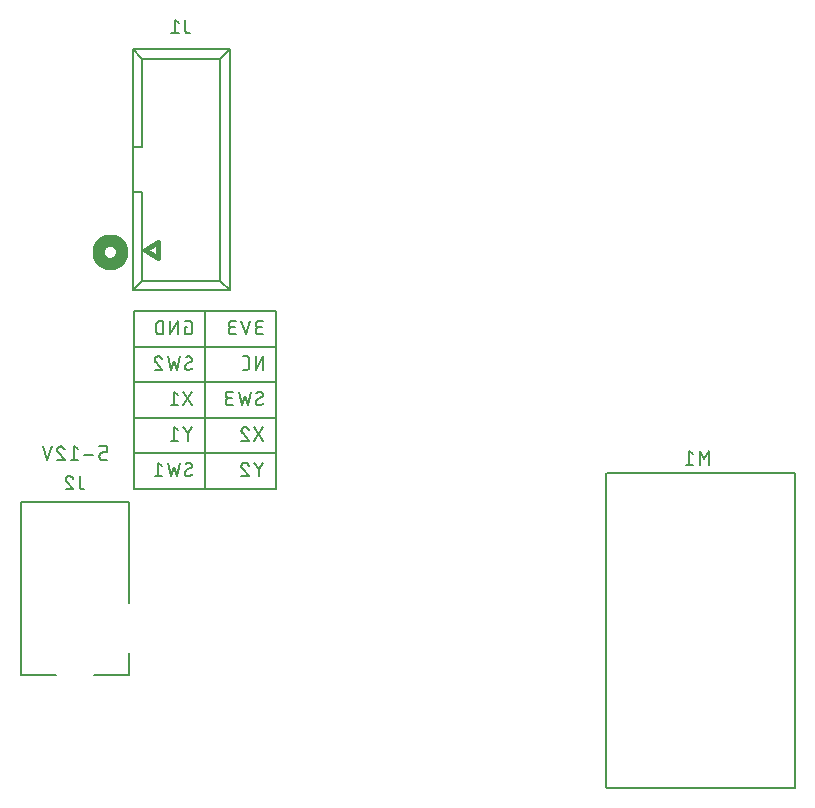
<source format=gbo>
G04 EAGLE Gerber RS-274X export*
G75*
%MOMM*%
%FSLAX34Y34*%
%LPD*%
%INSilkscreen Bottom*%
%IPPOS*%
%AMOC8*
5,1,8,0,0,1.08239X$1,22.5*%
G01*
%ADD10C,0.127000*%
%ADD11C,0.152400*%
%ADD12C,1.000000*%
%ADD13C,0.203200*%
%ADD14C,0.406400*%
%ADD15C,0.200000*%


D10*
X287115Y234285D02*
X283305Y234285D01*
X283205Y234287D01*
X283106Y234293D01*
X283006Y234303D01*
X282908Y234316D01*
X282809Y234334D01*
X282712Y234355D01*
X282616Y234380D01*
X282520Y234409D01*
X282426Y234442D01*
X282333Y234478D01*
X282242Y234518D01*
X282152Y234562D01*
X282064Y234609D01*
X281978Y234659D01*
X281894Y234713D01*
X281812Y234770D01*
X281733Y234830D01*
X281655Y234894D01*
X281581Y234960D01*
X281509Y235029D01*
X281440Y235101D01*
X281374Y235175D01*
X281310Y235253D01*
X281250Y235332D01*
X281193Y235414D01*
X281139Y235498D01*
X281089Y235584D01*
X281042Y235672D01*
X280998Y235762D01*
X280958Y235853D01*
X280922Y235946D01*
X280889Y236040D01*
X280860Y236136D01*
X280835Y236232D01*
X280814Y236329D01*
X280796Y236428D01*
X280783Y236526D01*
X280773Y236626D01*
X280767Y236725D01*
X280765Y236825D01*
X280765Y238095D01*
X280767Y238195D01*
X280773Y238294D01*
X280783Y238394D01*
X280796Y238492D01*
X280814Y238591D01*
X280835Y238688D01*
X280860Y238784D01*
X280889Y238880D01*
X280922Y238974D01*
X280958Y239067D01*
X280998Y239158D01*
X281042Y239248D01*
X281089Y239336D01*
X281139Y239422D01*
X281193Y239506D01*
X281250Y239588D01*
X281310Y239667D01*
X281374Y239745D01*
X281440Y239819D01*
X281509Y239891D01*
X281581Y239960D01*
X281655Y240026D01*
X281733Y240090D01*
X281812Y240150D01*
X281894Y240207D01*
X281978Y240261D01*
X282064Y240311D01*
X282152Y240358D01*
X282242Y240402D01*
X282333Y240442D01*
X282426Y240478D01*
X282520Y240511D01*
X282616Y240540D01*
X282712Y240565D01*
X282809Y240586D01*
X282908Y240604D01*
X283006Y240617D01*
X283106Y240627D01*
X283205Y240633D01*
X283305Y240635D01*
X287115Y240635D01*
X287115Y245715D01*
X280765Y245715D01*
X275558Y238730D02*
X267938Y238730D01*
X262731Y243175D02*
X259556Y245715D01*
X259556Y234285D01*
X262731Y234285D02*
X256381Y234285D01*
X247808Y245716D02*
X247704Y245714D01*
X247599Y245708D01*
X247495Y245699D01*
X247392Y245686D01*
X247289Y245668D01*
X247187Y245648D01*
X247085Y245623D01*
X246985Y245595D01*
X246885Y245563D01*
X246787Y245527D01*
X246690Y245488D01*
X246595Y245446D01*
X246501Y245400D01*
X246409Y245350D01*
X246319Y245298D01*
X246231Y245242D01*
X246145Y245182D01*
X246061Y245120D01*
X245980Y245055D01*
X245901Y244987D01*
X245824Y244915D01*
X245751Y244842D01*
X245679Y244765D01*
X245611Y244686D01*
X245546Y244605D01*
X245484Y244521D01*
X245424Y244435D01*
X245368Y244347D01*
X245316Y244257D01*
X245266Y244165D01*
X245220Y244071D01*
X245178Y243976D01*
X245139Y243879D01*
X245103Y243781D01*
X245071Y243681D01*
X245043Y243581D01*
X245018Y243479D01*
X244998Y243377D01*
X244980Y243274D01*
X244967Y243171D01*
X244958Y243067D01*
X244952Y242962D01*
X244950Y242858D01*
X247808Y245715D02*
X247926Y245713D01*
X248045Y245707D01*
X248163Y245698D01*
X248280Y245685D01*
X248397Y245667D01*
X248514Y245647D01*
X248630Y245622D01*
X248745Y245594D01*
X248858Y245561D01*
X248971Y245526D01*
X249083Y245486D01*
X249193Y245444D01*
X249302Y245397D01*
X249410Y245347D01*
X249515Y245294D01*
X249619Y245237D01*
X249721Y245177D01*
X249821Y245114D01*
X249919Y245047D01*
X250015Y244978D01*
X250108Y244905D01*
X250199Y244829D01*
X250288Y244751D01*
X250374Y244669D01*
X250457Y244585D01*
X250538Y244499D01*
X250615Y244409D01*
X250690Y244318D01*
X250762Y244224D01*
X250831Y244127D01*
X250896Y244029D01*
X250959Y243928D01*
X251018Y243825D01*
X251074Y243721D01*
X251126Y243615D01*
X251175Y243507D01*
X251220Y243398D01*
X251262Y243287D01*
X251300Y243175D01*
X245903Y240636D02*
X245827Y240711D01*
X245752Y240790D01*
X245681Y240871D01*
X245612Y240955D01*
X245547Y241041D01*
X245485Y241129D01*
X245425Y241219D01*
X245369Y241311D01*
X245316Y241406D01*
X245267Y241502D01*
X245221Y241600D01*
X245178Y241699D01*
X245139Y241800D01*
X245104Y241902D01*
X245072Y242005D01*
X245044Y242109D01*
X245019Y242214D01*
X244998Y242321D01*
X244981Y242427D01*
X244968Y242534D01*
X244959Y242642D01*
X244953Y242750D01*
X244951Y242858D01*
X245903Y240635D02*
X251301Y234285D01*
X244951Y234285D01*
X236696Y234285D02*
X240506Y245715D01*
X232886Y245715D02*
X236696Y234285D01*
D11*
X310000Y330000D02*
X430000Y330000D01*
X310000Y330000D02*
X310000Y210000D01*
X430000Y210000D02*
X430000Y330000D01*
X430000Y210000D02*
X310000Y210000D01*
D10*
X416190Y340635D02*
X419365Y340635D01*
X416190Y340635D02*
X416079Y340637D01*
X415969Y340643D01*
X415858Y340652D01*
X415748Y340666D01*
X415639Y340683D01*
X415530Y340704D01*
X415422Y340729D01*
X415315Y340758D01*
X415209Y340790D01*
X415104Y340826D01*
X415001Y340866D01*
X414899Y340909D01*
X414798Y340956D01*
X414699Y341007D01*
X414603Y341060D01*
X414508Y341117D01*
X414415Y341178D01*
X414324Y341241D01*
X414235Y341308D01*
X414149Y341378D01*
X414066Y341451D01*
X413984Y341526D01*
X413906Y341604D01*
X413831Y341686D01*
X413758Y341769D01*
X413688Y341855D01*
X413621Y341944D01*
X413558Y342035D01*
X413497Y342128D01*
X413440Y342223D01*
X413387Y342319D01*
X413336Y342418D01*
X413289Y342519D01*
X413246Y342621D01*
X413206Y342724D01*
X413170Y342829D01*
X413138Y342935D01*
X413109Y343042D01*
X413084Y343150D01*
X413063Y343259D01*
X413046Y343368D01*
X413032Y343478D01*
X413023Y343589D01*
X413017Y343699D01*
X413015Y343810D01*
X413017Y343921D01*
X413023Y344031D01*
X413032Y344142D01*
X413046Y344252D01*
X413063Y344361D01*
X413084Y344470D01*
X413109Y344578D01*
X413138Y344685D01*
X413170Y344791D01*
X413206Y344896D01*
X413246Y344999D01*
X413289Y345101D01*
X413336Y345202D01*
X413387Y345301D01*
X413440Y345398D01*
X413497Y345492D01*
X413558Y345585D01*
X413621Y345676D01*
X413688Y345765D01*
X413758Y345851D01*
X413831Y345934D01*
X413906Y346016D01*
X413984Y346094D01*
X414066Y346169D01*
X414149Y346242D01*
X414235Y346312D01*
X414324Y346379D01*
X414415Y346442D01*
X414508Y346503D01*
X414603Y346560D01*
X414699Y346613D01*
X414798Y346664D01*
X414899Y346711D01*
X415001Y346754D01*
X415104Y346794D01*
X415209Y346830D01*
X415315Y346862D01*
X415422Y346891D01*
X415530Y346916D01*
X415639Y346937D01*
X415748Y346954D01*
X415858Y346968D01*
X415969Y346977D01*
X416079Y346983D01*
X416190Y346985D01*
X415555Y352065D02*
X419365Y352065D01*
X415555Y352065D02*
X415455Y352063D01*
X415356Y352057D01*
X415256Y352047D01*
X415158Y352034D01*
X415059Y352016D01*
X414962Y351995D01*
X414866Y351970D01*
X414770Y351941D01*
X414676Y351908D01*
X414583Y351872D01*
X414492Y351832D01*
X414402Y351788D01*
X414314Y351741D01*
X414228Y351691D01*
X414144Y351637D01*
X414062Y351580D01*
X413983Y351520D01*
X413905Y351456D01*
X413831Y351390D01*
X413759Y351321D01*
X413690Y351249D01*
X413624Y351175D01*
X413560Y351097D01*
X413500Y351018D01*
X413443Y350936D01*
X413389Y350852D01*
X413339Y350766D01*
X413292Y350678D01*
X413248Y350588D01*
X413208Y350497D01*
X413172Y350404D01*
X413139Y350310D01*
X413110Y350214D01*
X413085Y350118D01*
X413064Y350021D01*
X413046Y349922D01*
X413033Y349824D01*
X413023Y349724D01*
X413017Y349625D01*
X413015Y349525D01*
X413017Y349425D01*
X413023Y349326D01*
X413033Y349226D01*
X413046Y349128D01*
X413064Y349029D01*
X413085Y348932D01*
X413110Y348836D01*
X413139Y348740D01*
X413172Y348646D01*
X413208Y348553D01*
X413248Y348462D01*
X413292Y348372D01*
X413339Y348284D01*
X413389Y348198D01*
X413443Y348114D01*
X413500Y348032D01*
X413560Y347953D01*
X413624Y347875D01*
X413690Y347801D01*
X413759Y347729D01*
X413831Y347660D01*
X413905Y347594D01*
X413983Y347530D01*
X414062Y347470D01*
X414144Y347413D01*
X414228Y347359D01*
X414314Y347309D01*
X414402Y347262D01*
X414492Y347218D01*
X414583Y347178D01*
X414676Y347142D01*
X414770Y347109D01*
X414866Y347080D01*
X414962Y347055D01*
X415059Y347034D01*
X415158Y347016D01*
X415256Y347003D01*
X415356Y346993D01*
X415455Y346987D01*
X415555Y346985D01*
X418095Y346985D01*
X408570Y352065D02*
X404760Y340635D01*
X400950Y352065D01*
X396505Y340635D02*
X393330Y340635D01*
X393219Y340637D01*
X393109Y340643D01*
X392998Y340652D01*
X392888Y340666D01*
X392779Y340683D01*
X392670Y340704D01*
X392562Y340729D01*
X392455Y340758D01*
X392349Y340790D01*
X392244Y340826D01*
X392141Y340866D01*
X392039Y340909D01*
X391938Y340956D01*
X391839Y341007D01*
X391743Y341060D01*
X391648Y341117D01*
X391555Y341178D01*
X391464Y341241D01*
X391375Y341308D01*
X391289Y341378D01*
X391206Y341451D01*
X391124Y341526D01*
X391046Y341604D01*
X390971Y341686D01*
X390898Y341769D01*
X390828Y341855D01*
X390761Y341944D01*
X390698Y342035D01*
X390637Y342128D01*
X390580Y342223D01*
X390527Y342319D01*
X390476Y342418D01*
X390429Y342519D01*
X390386Y342621D01*
X390346Y342724D01*
X390310Y342829D01*
X390278Y342935D01*
X390249Y343042D01*
X390224Y343150D01*
X390203Y343259D01*
X390186Y343368D01*
X390172Y343478D01*
X390163Y343589D01*
X390157Y343699D01*
X390155Y343810D01*
X390157Y343921D01*
X390163Y344031D01*
X390172Y344142D01*
X390186Y344252D01*
X390203Y344361D01*
X390224Y344470D01*
X390249Y344578D01*
X390278Y344685D01*
X390310Y344791D01*
X390346Y344896D01*
X390386Y344999D01*
X390429Y345101D01*
X390476Y345202D01*
X390527Y345301D01*
X390580Y345398D01*
X390637Y345492D01*
X390698Y345585D01*
X390761Y345676D01*
X390828Y345765D01*
X390898Y345851D01*
X390971Y345934D01*
X391046Y346016D01*
X391124Y346094D01*
X391206Y346169D01*
X391289Y346242D01*
X391375Y346312D01*
X391464Y346379D01*
X391555Y346442D01*
X391648Y346503D01*
X391743Y346560D01*
X391839Y346613D01*
X391938Y346664D01*
X392039Y346711D01*
X392141Y346754D01*
X392244Y346794D01*
X392349Y346830D01*
X392455Y346862D01*
X392562Y346891D01*
X392670Y346916D01*
X392779Y346937D01*
X392888Y346954D01*
X392998Y346968D01*
X393109Y346977D01*
X393219Y346983D01*
X393330Y346985D01*
X392695Y352065D02*
X396505Y352065D01*
X392695Y352065D02*
X392595Y352063D01*
X392496Y352057D01*
X392396Y352047D01*
X392298Y352034D01*
X392199Y352016D01*
X392102Y351995D01*
X392006Y351970D01*
X391910Y351941D01*
X391816Y351908D01*
X391723Y351872D01*
X391632Y351832D01*
X391542Y351788D01*
X391454Y351741D01*
X391368Y351691D01*
X391284Y351637D01*
X391202Y351580D01*
X391123Y351520D01*
X391045Y351456D01*
X390971Y351390D01*
X390899Y351321D01*
X390830Y351249D01*
X390764Y351175D01*
X390700Y351097D01*
X390640Y351018D01*
X390583Y350936D01*
X390529Y350852D01*
X390479Y350766D01*
X390432Y350678D01*
X390388Y350588D01*
X390348Y350497D01*
X390312Y350404D01*
X390279Y350310D01*
X390250Y350214D01*
X390225Y350118D01*
X390204Y350021D01*
X390186Y349922D01*
X390173Y349824D01*
X390163Y349724D01*
X390157Y349625D01*
X390155Y349525D01*
X390157Y349425D01*
X390163Y349326D01*
X390173Y349226D01*
X390186Y349128D01*
X390204Y349029D01*
X390225Y348932D01*
X390250Y348836D01*
X390279Y348740D01*
X390312Y348646D01*
X390348Y348553D01*
X390388Y348462D01*
X390432Y348372D01*
X390479Y348284D01*
X390529Y348198D01*
X390583Y348114D01*
X390640Y348032D01*
X390700Y347953D01*
X390764Y347875D01*
X390830Y347801D01*
X390899Y347729D01*
X390971Y347660D01*
X391045Y347594D01*
X391123Y347530D01*
X391202Y347470D01*
X391284Y347413D01*
X391368Y347359D01*
X391454Y347309D01*
X391542Y347262D01*
X391632Y347218D01*
X391723Y347178D01*
X391816Y347142D01*
X391910Y347109D01*
X392006Y347080D01*
X392102Y347055D01*
X392199Y347034D01*
X392298Y347016D01*
X392396Y347003D01*
X392496Y346993D01*
X392595Y346987D01*
X392695Y346985D01*
X395235Y346985D01*
X354920Y346985D02*
X353015Y346985D01*
X353015Y340635D01*
X356825Y340635D01*
X356925Y340637D01*
X357024Y340643D01*
X357124Y340653D01*
X357222Y340666D01*
X357321Y340684D01*
X357418Y340705D01*
X357514Y340730D01*
X357610Y340759D01*
X357704Y340792D01*
X357797Y340828D01*
X357888Y340868D01*
X357978Y340912D01*
X358066Y340959D01*
X358152Y341009D01*
X358236Y341063D01*
X358318Y341120D01*
X358397Y341180D01*
X358475Y341244D01*
X358549Y341310D01*
X358621Y341379D01*
X358690Y341451D01*
X358756Y341525D01*
X358820Y341603D01*
X358880Y341682D01*
X358937Y341764D01*
X358991Y341848D01*
X359041Y341934D01*
X359088Y342022D01*
X359132Y342112D01*
X359172Y342203D01*
X359208Y342296D01*
X359241Y342390D01*
X359270Y342486D01*
X359295Y342582D01*
X359316Y342679D01*
X359334Y342778D01*
X359347Y342876D01*
X359357Y342976D01*
X359363Y343075D01*
X359365Y343175D01*
X359365Y349525D01*
X359363Y349625D01*
X359357Y349724D01*
X359347Y349824D01*
X359334Y349922D01*
X359316Y350021D01*
X359295Y350118D01*
X359270Y350214D01*
X359241Y350310D01*
X359208Y350404D01*
X359172Y350497D01*
X359132Y350588D01*
X359088Y350678D01*
X359041Y350766D01*
X358991Y350852D01*
X358937Y350936D01*
X358880Y351018D01*
X358820Y351097D01*
X358756Y351175D01*
X358690Y351249D01*
X358621Y351321D01*
X358549Y351390D01*
X358475Y351456D01*
X358397Y351520D01*
X358318Y351580D01*
X358236Y351637D01*
X358152Y351691D01*
X358066Y351741D01*
X357978Y351788D01*
X357888Y351832D01*
X357797Y351872D01*
X357704Y351908D01*
X357610Y351941D01*
X357514Y351970D01*
X357418Y351995D01*
X357321Y352016D01*
X357222Y352034D01*
X357124Y352047D01*
X357024Y352057D01*
X356925Y352063D01*
X356825Y352065D01*
X353015Y352065D01*
X347173Y352065D02*
X347173Y340635D01*
X340823Y340635D02*
X347173Y352065D01*
X340823Y352065D02*
X340823Y340635D01*
X334981Y340635D02*
X334981Y352065D01*
X331806Y352065D01*
X331695Y352063D01*
X331585Y352057D01*
X331474Y352048D01*
X331364Y352034D01*
X331255Y352017D01*
X331146Y351996D01*
X331038Y351971D01*
X330931Y351942D01*
X330825Y351910D01*
X330720Y351874D01*
X330617Y351834D01*
X330515Y351791D01*
X330414Y351744D01*
X330315Y351693D01*
X330219Y351640D01*
X330124Y351583D01*
X330031Y351522D01*
X329940Y351459D01*
X329851Y351392D01*
X329765Y351322D01*
X329682Y351249D01*
X329600Y351174D01*
X329522Y351096D01*
X329447Y351014D01*
X329374Y350931D01*
X329304Y350845D01*
X329237Y350756D01*
X329174Y350665D01*
X329113Y350572D01*
X329056Y350478D01*
X329003Y350381D01*
X328952Y350282D01*
X328905Y350181D01*
X328862Y350079D01*
X328822Y349976D01*
X328786Y349871D01*
X328754Y349765D01*
X328725Y349658D01*
X328700Y349550D01*
X328679Y349441D01*
X328662Y349332D01*
X328648Y349222D01*
X328639Y349111D01*
X328633Y349001D01*
X328631Y348890D01*
X328631Y343810D01*
X328633Y343699D01*
X328639Y343589D01*
X328648Y343478D01*
X328662Y343368D01*
X328679Y343259D01*
X328700Y343150D01*
X328725Y343042D01*
X328754Y342935D01*
X328786Y342829D01*
X328822Y342724D01*
X328862Y342621D01*
X328905Y342519D01*
X328952Y342418D01*
X329003Y342319D01*
X329056Y342223D01*
X329113Y342128D01*
X329174Y342035D01*
X329237Y341944D01*
X329304Y341855D01*
X329374Y341769D01*
X329447Y341686D01*
X329522Y341604D01*
X329600Y341526D01*
X329682Y341451D01*
X329765Y341378D01*
X329851Y341308D01*
X329940Y341241D01*
X330031Y341178D01*
X330124Y341117D01*
X330219Y341060D01*
X330315Y341007D01*
X330414Y340956D01*
X330515Y340909D01*
X330617Y340866D01*
X330720Y340826D01*
X330825Y340790D01*
X330931Y340758D01*
X331038Y340729D01*
X331146Y340704D01*
X331255Y340683D01*
X331364Y340666D01*
X331474Y340652D01*
X331585Y340643D01*
X331695Y340637D01*
X331806Y340635D01*
X334981Y340635D01*
X419365Y322065D02*
X419365Y310635D01*
X413015Y310635D02*
X419365Y322065D01*
X413015Y322065D02*
X413015Y310635D01*
X405051Y310635D02*
X402511Y310635D01*
X405051Y310635D02*
X405151Y310637D01*
X405250Y310643D01*
X405350Y310653D01*
X405448Y310666D01*
X405547Y310684D01*
X405644Y310705D01*
X405740Y310730D01*
X405836Y310759D01*
X405930Y310792D01*
X406023Y310828D01*
X406114Y310868D01*
X406204Y310912D01*
X406292Y310959D01*
X406378Y311009D01*
X406462Y311063D01*
X406544Y311120D01*
X406623Y311180D01*
X406701Y311244D01*
X406775Y311310D01*
X406847Y311379D01*
X406916Y311451D01*
X406982Y311525D01*
X407046Y311603D01*
X407106Y311682D01*
X407163Y311764D01*
X407217Y311848D01*
X407267Y311934D01*
X407314Y312022D01*
X407358Y312112D01*
X407398Y312203D01*
X407434Y312296D01*
X407467Y312390D01*
X407496Y312486D01*
X407521Y312582D01*
X407542Y312679D01*
X407560Y312778D01*
X407573Y312876D01*
X407583Y312976D01*
X407589Y313075D01*
X407591Y313175D01*
X407591Y319525D01*
X407589Y319625D01*
X407583Y319724D01*
X407573Y319824D01*
X407560Y319922D01*
X407542Y320021D01*
X407521Y320118D01*
X407496Y320214D01*
X407467Y320310D01*
X407434Y320404D01*
X407398Y320497D01*
X407358Y320588D01*
X407314Y320678D01*
X407267Y320766D01*
X407217Y320852D01*
X407163Y320936D01*
X407106Y321018D01*
X407046Y321097D01*
X406982Y321175D01*
X406916Y321249D01*
X406847Y321321D01*
X406775Y321390D01*
X406701Y321456D01*
X406623Y321520D01*
X406544Y321580D01*
X406462Y321637D01*
X406378Y321691D01*
X406292Y321741D01*
X406204Y321788D01*
X406114Y321832D01*
X406023Y321872D01*
X405930Y321908D01*
X405836Y321941D01*
X405740Y321970D01*
X405644Y321995D01*
X405547Y322016D01*
X405448Y322034D01*
X405350Y322047D01*
X405250Y322057D01*
X405151Y322063D01*
X405051Y322065D01*
X402511Y322065D01*
X413015Y283175D02*
X413017Y283075D01*
X413023Y282976D01*
X413033Y282876D01*
X413046Y282778D01*
X413064Y282679D01*
X413085Y282582D01*
X413110Y282486D01*
X413139Y282390D01*
X413172Y282296D01*
X413208Y282203D01*
X413248Y282112D01*
X413292Y282022D01*
X413339Y281934D01*
X413389Y281848D01*
X413443Y281764D01*
X413500Y281682D01*
X413560Y281603D01*
X413624Y281525D01*
X413690Y281451D01*
X413759Y281379D01*
X413831Y281310D01*
X413905Y281244D01*
X413983Y281180D01*
X414062Y281120D01*
X414144Y281063D01*
X414228Y281009D01*
X414314Y280959D01*
X414402Y280912D01*
X414492Y280868D01*
X414583Y280828D01*
X414676Y280792D01*
X414770Y280759D01*
X414866Y280730D01*
X414962Y280705D01*
X415059Y280684D01*
X415158Y280666D01*
X415256Y280653D01*
X415356Y280643D01*
X415455Y280637D01*
X415555Y280635D01*
X415696Y280637D01*
X415837Y280642D01*
X415978Y280652D01*
X416119Y280665D01*
X416259Y280681D01*
X416399Y280702D01*
X416538Y280726D01*
X416677Y280754D01*
X416814Y280785D01*
X416951Y280820D01*
X417087Y280858D01*
X417222Y280900D01*
X417355Y280946D01*
X417488Y280995D01*
X417619Y281048D01*
X417748Y281104D01*
X417877Y281163D01*
X418003Y281226D01*
X418128Y281292D01*
X418251Y281361D01*
X418372Y281434D01*
X418491Y281510D01*
X418609Y281589D01*
X418724Y281670D01*
X418836Y281755D01*
X418947Y281843D01*
X419055Y281934D01*
X419161Y282027D01*
X419264Y282124D01*
X419365Y282223D01*
X419048Y289525D02*
X419046Y289625D01*
X419040Y289724D01*
X419030Y289824D01*
X419017Y289922D01*
X418999Y290021D01*
X418978Y290118D01*
X418953Y290214D01*
X418924Y290310D01*
X418891Y290404D01*
X418855Y290497D01*
X418815Y290588D01*
X418771Y290678D01*
X418724Y290766D01*
X418674Y290852D01*
X418620Y290936D01*
X418563Y291018D01*
X418503Y291097D01*
X418439Y291175D01*
X418373Y291249D01*
X418304Y291321D01*
X418232Y291390D01*
X418158Y291456D01*
X418080Y291520D01*
X418001Y291580D01*
X417919Y291637D01*
X417835Y291691D01*
X417749Y291741D01*
X417661Y291788D01*
X417571Y291832D01*
X417480Y291872D01*
X417387Y291908D01*
X417293Y291941D01*
X417197Y291970D01*
X417101Y291995D01*
X417004Y292016D01*
X416905Y292034D01*
X416807Y292047D01*
X416707Y292057D01*
X416608Y292063D01*
X416508Y292065D01*
X416508Y292066D02*
X416375Y292064D01*
X416242Y292059D01*
X416109Y292049D01*
X415976Y292036D01*
X415844Y292019D01*
X415712Y291999D01*
X415581Y291975D01*
X415451Y291947D01*
X415321Y291916D01*
X415193Y291881D01*
X415065Y291842D01*
X414939Y291800D01*
X414814Y291754D01*
X414690Y291705D01*
X414567Y291653D01*
X414446Y291597D01*
X414327Y291537D01*
X414209Y291475D01*
X414094Y291409D01*
X413980Y291340D01*
X413868Y291267D01*
X413758Y291192D01*
X413650Y291113D01*
X417778Y287302D02*
X417862Y287354D01*
X417945Y287409D01*
X418025Y287468D01*
X418103Y287529D01*
X418178Y287593D01*
X418251Y287661D01*
X418322Y287731D01*
X418389Y287803D01*
X418454Y287878D01*
X418516Y287956D01*
X418575Y288036D01*
X418631Y288118D01*
X418683Y288202D01*
X418732Y288288D01*
X418778Y288376D01*
X418821Y288466D01*
X418860Y288557D01*
X418895Y288650D01*
X418927Y288744D01*
X418955Y288839D01*
X418980Y288935D01*
X419000Y289032D01*
X419018Y289130D01*
X419031Y289228D01*
X419040Y289327D01*
X419046Y289426D01*
X419048Y289525D01*
X414285Y285398D02*
X414201Y285346D01*
X414118Y285291D01*
X414038Y285232D01*
X413960Y285171D01*
X413885Y285107D01*
X413812Y285039D01*
X413741Y284969D01*
X413674Y284897D01*
X413609Y284822D01*
X413547Y284744D01*
X413488Y284664D01*
X413432Y284582D01*
X413380Y284498D01*
X413331Y284412D01*
X413285Y284324D01*
X413242Y284234D01*
X413203Y284143D01*
X413168Y284050D01*
X413136Y283956D01*
X413108Y283861D01*
X413083Y283765D01*
X413063Y283668D01*
X413045Y283570D01*
X413032Y283472D01*
X413023Y283373D01*
X413017Y283274D01*
X413015Y283175D01*
X414285Y285398D02*
X417778Y287303D01*
X408697Y292065D02*
X406157Y280635D01*
X403617Y288255D01*
X401077Y280635D01*
X398537Y292065D01*
X393838Y280635D02*
X390663Y280635D01*
X390552Y280637D01*
X390442Y280643D01*
X390331Y280652D01*
X390221Y280666D01*
X390112Y280683D01*
X390003Y280704D01*
X389895Y280729D01*
X389788Y280758D01*
X389682Y280790D01*
X389577Y280826D01*
X389474Y280866D01*
X389372Y280909D01*
X389271Y280956D01*
X389172Y281007D01*
X389076Y281060D01*
X388981Y281117D01*
X388888Y281178D01*
X388797Y281241D01*
X388708Y281308D01*
X388622Y281378D01*
X388539Y281451D01*
X388457Y281526D01*
X388379Y281604D01*
X388304Y281686D01*
X388231Y281769D01*
X388161Y281855D01*
X388094Y281944D01*
X388031Y282035D01*
X387970Y282128D01*
X387913Y282223D01*
X387860Y282319D01*
X387809Y282418D01*
X387762Y282519D01*
X387719Y282621D01*
X387679Y282724D01*
X387643Y282829D01*
X387611Y282935D01*
X387582Y283042D01*
X387557Y283150D01*
X387536Y283259D01*
X387519Y283368D01*
X387505Y283478D01*
X387496Y283589D01*
X387490Y283699D01*
X387488Y283810D01*
X387490Y283921D01*
X387496Y284031D01*
X387505Y284142D01*
X387519Y284252D01*
X387536Y284361D01*
X387557Y284470D01*
X387582Y284578D01*
X387611Y284685D01*
X387643Y284791D01*
X387679Y284896D01*
X387719Y284999D01*
X387762Y285101D01*
X387809Y285202D01*
X387860Y285301D01*
X387913Y285398D01*
X387970Y285492D01*
X388031Y285585D01*
X388094Y285676D01*
X388161Y285765D01*
X388231Y285851D01*
X388304Y285934D01*
X388379Y286016D01*
X388457Y286094D01*
X388539Y286169D01*
X388622Y286242D01*
X388708Y286312D01*
X388797Y286379D01*
X388888Y286442D01*
X388981Y286503D01*
X389076Y286560D01*
X389172Y286613D01*
X389271Y286664D01*
X389372Y286711D01*
X389474Y286754D01*
X389577Y286794D01*
X389682Y286830D01*
X389788Y286862D01*
X389895Y286891D01*
X390003Y286916D01*
X390112Y286937D01*
X390221Y286954D01*
X390331Y286968D01*
X390442Y286977D01*
X390552Y286983D01*
X390663Y286985D01*
X390028Y292065D02*
X393838Y292065D01*
X390028Y292065D02*
X389928Y292063D01*
X389829Y292057D01*
X389729Y292047D01*
X389631Y292034D01*
X389532Y292016D01*
X389435Y291995D01*
X389339Y291970D01*
X389243Y291941D01*
X389149Y291908D01*
X389056Y291872D01*
X388965Y291832D01*
X388875Y291788D01*
X388787Y291741D01*
X388701Y291691D01*
X388617Y291637D01*
X388535Y291580D01*
X388456Y291520D01*
X388378Y291456D01*
X388304Y291390D01*
X388232Y291321D01*
X388163Y291249D01*
X388097Y291175D01*
X388033Y291097D01*
X387973Y291018D01*
X387916Y290936D01*
X387862Y290852D01*
X387812Y290766D01*
X387765Y290678D01*
X387721Y290588D01*
X387681Y290497D01*
X387645Y290404D01*
X387612Y290310D01*
X387583Y290214D01*
X387558Y290118D01*
X387537Y290021D01*
X387519Y289922D01*
X387506Y289824D01*
X387496Y289724D01*
X387490Y289625D01*
X387488Y289525D01*
X387490Y289425D01*
X387496Y289326D01*
X387506Y289226D01*
X387519Y289128D01*
X387537Y289029D01*
X387558Y288932D01*
X387583Y288836D01*
X387612Y288740D01*
X387645Y288646D01*
X387681Y288553D01*
X387721Y288462D01*
X387765Y288372D01*
X387812Y288284D01*
X387862Y288198D01*
X387916Y288114D01*
X387973Y288032D01*
X388033Y287953D01*
X388097Y287875D01*
X388163Y287801D01*
X388232Y287729D01*
X388304Y287660D01*
X388378Y287594D01*
X388456Y287530D01*
X388535Y287470D01*
X388617Y287413D01*
X388701Y287359D01*
X388787Y287309D01*
X388875Y287262D01*
X388965Y287218D01*
X389056Y287178D01*
X389149Y287142D01*
X389243Y287109D01*
X389339Y287080D01*
X389435Y287055D01*
X389532Y287034D01*
X389631Y287016D01*
X389729Y287003D01*
X389829Y286993D01*
X389928Y286987D01*
X390028Y286985D01*
X392568Y286985D01*
X411745Y262065D02*
X419365Y250635D01*
X411745Y250635D02*
X419365Y262065D01*
X403808Y262066D02*
X403704Y262064D01*
X403599Y262058D01*
X403495Y262049D01*
X403392Y262036D01*
X403289Y262018D01*
X403187Y261998D01*
X403085Y261973D01*
X402985Y261945D01*
X402885Y261913D01*
X402787Y261877D01*
X402690Y261838D01*
X402595Y261796D01*
X402501Y261750D01*
X402409Y261700D01*
X402319Y261648D01*
X402231Y261592D01*
X402145Y261532D01*
X402061Y261470D01*
X401980Y261405D01*
X401901Y261337D01*
X401824Y261265D01*
X401751Y261192D01*
X401679Y261115D01*
X401611Y261036D01*
X401546Y260955D01*
X401484Y260871D01*
X401424Y260785D01*
X401368Y260697D01*
X401316Y260607D01*
X401266Y260515D01*
X401220Y260421D01*
X401178Y260326D01*
X401139Y260229D01*
X401103Y260131D01*
X401071Y260031D01*
X401043Y259931D01*
X401018Y259829D01*
X400998Y259727D01*
X400980Y259624D01*
X400967Y259521D01*
X400958Y259417D01*
X400952Y259312D01*
X400950Y259208D01*
X403808Y262065D02*
X403926Y262063D01*
X404045Y262057D01*
X404163Y262048D01*
X404280Y262035D01*
X404397Y262017D01*
X404514Y261997D01*
X404630Y261972D01*
X404745Y261944D01*
X404858Y261911D01*
X404971Y261876D01*
X405083Y261836D01*
X405193Y261794D01*
X405302Y261747D01*
X405410Y261697D01*
X405515Y261644D01*
X405619Y261587D01*
X405721Y261527D01*
X405821Y261464D01*
X405919Y261397D01*
X406015Y261328D01*
X406108Y261255D01*
X406199Y261179D01*
X406288Y261101D01*
X406374Y261019D01*
X406457Y260935D01*
X406538Y260849D01*
X406615Y260759D01*
X406690Y260668D01*
X406762Y260574D01*
X406831Y260477D01*
X406896Y260379D01*
X406959Y260278D01*
X407018Y260175D01*
X407074Y260071D01*
X407126Y259965D01*
X407175Y259857D01*
X407220Y259748D01*
X407262Y259637D01*
X407300Y259525D01*
X401902Y256986D02*
X401826Y257061D01*
X401751Y257140D01*
X401680Y257221D01*
X401611Y257305D01*
X401546Y257391D01*
X401484Y257479D01*
X401424Y257569D01*
X401368Y257661D01*
X401315Y257756D01*
X401266Y257852D01*
X401220Y257950D01*
X401177Y258049D01*
X401138Y258150D01*
X401103Y258252D01*
X401071Y258355D01*
X401043Y258459D01*
X401018Y258564D01*
X400997Y258671D01*
X400980Y258777D01*
X400967Y258884D01*
X400958Y258992D01*
X400952Y259100D01*
X400950Y259208D01*
X401903Y256985D02*
X407300Y250635D01*
X400950Y250635D01*
X419365Y232065D02*
X415555Y226668D01*
X411745Y232065D01*
X415555Y226668D02*
X415555Y220635D01*
X403808Y232066D02*
X403704Y232064D01*
X403599Y232058D01*
X403495Y232049D01*
X403392Y232036D01*
X403289Y232018D01*
X403187Y231998D01*
X403085Y231973D01*
X402985Y231945D01*
X402885Y231913D01*
X402787Y231877D01*
X402690Y231838D01*
X402595Y231796D01*
X402501Y231750D01*
X402409Y231700D01*
X402319Y231648D01*
X402231Y231592D01*
X402145Y231532D01*
X402061Y231470D01*
X401980Y231405D01*
X401901Y231337D01*
X401824Y231265D01*
X401751Y231192D01*
X401679Y231115D01*
X401611Y231036D01*
X401546Y230955D01*
X401484Y230871D01*
X401424Y230785D01*
X401368Y230697D01*
X401316Y230607D01*
X401266Y230515D01*
X401220Y230421D01*
X401178Y230326D01*
X401139Y230229D01*
X401103Y230131D01*
X401071Y230031D01*
X401043Y229931D01*
X401018Y229829D01*
X400998Y229727D01*
X400980Y229624D01*
X400967Y229521D01*
X400958Y229417D01*
X400952Y229312D01*
X400950Y229208D01*
X403808Y232065D02*
X403926Y232063D01*
X404045Y232057D01*
X404163Y232048D01*
X404280Y232035D01*
X404397Y232017D01*
X404514Y231997D01*
X404630Y231972D01*
X404745Y231944D01*
X404858Y231911D01*
X404971Y231876D01*
X405083Y231836D01*
X405193Y231794D01*
X405302Y231747D01*
X405410Y231697D01*
X405515Y231644D01*
X405619Y231587D01*
X405721Y231527D01*
X405821Y231464D01*
X405919Y231397D01*
X406015Y231328D01*
X406108Y231255D01*
X406199Y231179D01*
X406288Y231101D01*
X406374Y231019D01*
X406457Y230935D01*
X406538Y230849D01*
X406615Y230759D01*
X406690Y230668D01*
X406762Y230574D01*
X406831Y230477D01*
X406896Y230379D01*
X406959Y230278D01*
X407018Y230175D01*
X407074Y230071D01*
X407126Y229965D01*
X407175Y229857D01*
X407220Y229748D01*
X407262Y229637D01*
X407300Y229525D01*
X401902Y226986D02*
X401826Y227061D01*
X401751Y227140D01*
X401680Y227221D01*
X401611Y227305D01*
X401546Y227391D01*
X401484Y227479D01*
X401424Y227569D01*
X401368Y227661D01*
X401315Y227756D01*
X401266Y227852D01*
X401220Y227950D01*
X401177Y228049D01*
X401138Y228150D01*
X401103Y228252D01*
X401071Y228355D01*
X401043Y228459D01*
X401018Y228564D01*
X400997Y228671D01*
X400980Y228777D01*
X400967Y228884D01*
X400958Y228992D01*
X400952Y229100D01*
X400950Y229208D01*
X401903Y226985D02*
X407300Y220635D01*
X400950Y220635D01*
X355555Y310635D02*
X355455Y310637D01*
X355356Y310643D01*
X355256Y310653D01*
X355158Y310666D01*
X355059Y310684D01*
X354962Y310705D01*
X354866Y310730D01*
X354770Y310759D01*
X354676Y310792D01*
X354583Y310828D01*
X354492Y310868D01*
X354402Y310912D01*
X354314Y310959D01*
X354228Y311009D01*
X354144Y311063D01*
X354062Y311120D01*
X353983Y311180D01*
X353905Y311244D01*
X353831Y311310D01*
X353759Y311379D01*
X353690Y311451D01*
X353624Y311525D01*
X353560Y311603D01*
X353500Y311682D01*
X353443Y311764D01*
X353389Y311848D01*
X353339Y311934D01*
X353292Y312022D01*
X353248Y312112D01*
X353208Y312203D01*
X353172Y312296D01*
X353139Y312390D01*
X353110Y312486D01*
X353085Y312582D01*
X353064Y312679D01*
X353046Y312778D01*
X353033Y312876D01*
X353023Y312976D01*
X353017Y313075D01*
X353015Y313175D01*
X355555Y310635D02*
X355696Y310637D01*
X355837Y310642D01*
X355978Y310652D01*
X356119Y310665D01*
X356259Y310681D01*
X356399Y310702D01*
X356538Y310726D01*
X356677Y310754D01*
X356814Y310785D01*
X356951Y310820D01*
X357087Y310858D01*
X357222Y310900D01*
X357355Y310946D01*
X357488Y310995D01*
X357619Y311048D01*
X357748Y311104D01*
X357877Y311163D01*
X358003Y311226D01*
X358128Y311292D01*
X358251Y311361D01*
X358372Y311434D01*
X358491Y311510D01*
X358609Y311589D01*
X358724Y311670D01*
X358836Y311755D01*
X358947Y311843D01*
X359055Y311934D01*
X359161Y312027D01*
X359264Y312124D01*
X359365Y312223D01*
X359048Y319525D02*
X359046Y319625D01*
X359040Y319724D01*
X359030Y319824D01*
X359017Y319922D01*
X358999Y320021D01*
X358978Y320118D01*
X358953Y320214D01*
X358924Y320310D01*
X358891Y320404D01*
X358855Y320497D01*
X358815Y320588D01*
X358771Y320678D01*
X358724Y320766D01*
X358674Y320852D01*
X358620Y320936D01*
X358563Y321018D01*
X358503Y321097D01*
X358439Y321175D01*
X358373Y321249D01*
X358304Y321321D01*
X358232Y321390D01*
X358158Y321456D01*
X358080Y321520D01*
X358001Y321580D01*
X357919Y321637D01*
X357835Y321691D01*
X357749Y321741D01*
X357661Y321788D01*
X357571Y321832D01*
X357480Y321872D01*
X357387Y321908D01*
X357293Y321941D01*
X357197Y321970D01*
X357101Y321995D01*
X357004Y322016D01*
X356905Y322034D01*
X356807Y322047D01*
X356707Y322057D01*
X356608Y322063D01*
X356508Y322065D01*
X356508Y322066D02*
X356375Y322064D01*
X356242Y322059D01*
X356109Y322049D01*
X355976Y322036D01*
X355844Y322019D01*
X355712Y321999D01*
X355581Y321975D01*
X355451Y321947D01*
X355321Y321916D01*
X355193Y321881D01*
X355065Y321842D01*
X354939Y321800D01*
X354814Y321754D01*
X354690Y321705D01*
X354567Y321653D01*
X354446Y321597D01*
X354327Y321537D01*
X354209Y321475D01*
X354094Y321409D01*
X353980Y321340D01*
X353868Y321267D01*
X353758Y321192D01*
X353650Y321113D01*
X357778Y317302D02*
X357862Y317354D01*
X357945Y317409D01*
X358025Y317468D01*
X358103Y317529D01*
X358178Y317593D01*
X358251Y317661D01*
X358322Y317731D01*
X358389Y317803D01*
X358454Y317878D01*
X358516Y317956D01*
X358575Y318036D01*
X358631Y318118D01*
X358683Y318202D01*
X358732Y318288D01*
X358778Y318376D01*
X358821Y318466D01*
X358860Y318557D01*
X358895Y318650D01*
X358927Y318744D01*
X358955Y318839D01*
X358980Y318935D01*
X359000Y319032D01*
X359018Y319130D01*
X359031Y319228D01*
X359040Y319327D01*
X359046Y319426D01*
X359048Y319525D01*
X354285Y315398D02*
X354201Y315346D01*
X354118Y315291D01*
X354038Y315232D01*
X353960Y315171D01*
X353885Y315107D01*
X353812Y315039D01*
X353741Y314969D01*
X353674Y314897D01*
X353609Y314822D01*
X353547Y314744D01*
X353488Y314664D01*
X353432Y314582D01*
X353380Y314498D01*
X353331Y314412D01*
X353285Y314324D01*
X353242Y314234D01*
X353203Y314143D01*
X353168Y314050D01*
X353136Y313956D01*
X353108Y313861D01*
X353083Y313765D01*
X353063Y313668D01*
X353045Y313570D01*
X353032Y313472D01*
X353023Y313373D01*
X353017Y313274D01*
X353015Y313175D01*
X354285Y315398D02*
X357778Y317303D01*
X348697Y322065D02*
X346157Y310635D01*
X343617Y318255D01*
X341077Y310635D01*
X338537Y322065D01*
X330346Y322066D02*
X330242Y322064D01*
X330137Y322058D01*
X330033Y322049D01*
X329930Y322036D01*
X329827Y322018D01*
X329725Y321998D01*
X329623Y321973D01*
X329523Y321945D01*
X329423Y321913D01*
X329325Y321877D01*
X329228Y321838D01*
X329133Y321796D01*
X329039Y321750D01*
X328947Y321700D01*
X328857Y321648D01*
X328769Y321592D01*
X328683Y321532D01*
X328599Y321470D01*
X328518Y321405D01*
X328439Y321337D01*
X328362Y321265D01*
X328289Y321192D01*
X328217Y321115D01*
X328149Y321036D01*
X328084Y320955D01*
X328022Y320871D01*
X327962Y320785D01*
X327906Y320697D01*
X327854Y320607D01*
X327804Y320515D01*
X327758Y320421D01*
X327716Y320326D01*
X327677Y320229D01*
X327641Y320131D01*
X327609Y320031D01*
X327581Y319931D01*
X327556Y319829D01*
X327536Y319727D01*
X327518Y319624D01*
X327505Y319521D01*
X327496Y319417D01*
X327490Y319312D01*
X327488Y319208D01*
X330346Y322065D02*
X330464Y322063D01*
X330583Y322057D01*
X330701Y322048D01*
X330818Y322035D01*
X330935Y322017D01*
X331052Y321997D01*
X331168Y321972D01*
X331283Y321944D01*
X331396Y321911D01*
X331509Y321876D01*
X331621Y321836D01*
X331731Y321794D01*
X331840Y321747D01*
X331948Y321697D01*
X332053Y321644D01*
X332157Y321587D01*
X332259Y321527D01*
X332359Y321464D01*
X332457Y321397D01*
X332553Y321328D01*
X332646Y321255D01*
X332737Y321179D01*
X332826Y321101D01*
X332912Y321019D01*
X332995Y320935D01*
X333076Y320849D01*
X333153Y320759D01*
X333228Y320668D01*
X333300Y320574D01*
X333369Y320477D01*
X333434Y320379D01*
X333497Y320278D01*
X333556Y320175D01*
X333612Y320071D01*
X333664Y319965D01*
X333713Y319857D01*
X333758Y319748D01*
X333800Y319637D01*
X333838Y319525D01*
X328440Y316986D02*
X328364Y317061D01*
X328289Y317140D01*
X328218Y317221D01*
X328149Y317305D01*
X328084Y317391D01*
X328022Y317479D01*
X327962Y317569D01*
X327906Y317661D01*
X327853Y317756D01*
X327804Y317852D01*
X327758Y317950D01*
X327715Y318049D01*
X327676Y318150D01*
X327641Y318252D01*
X327609Y318355D01*
X327581Y318459D01*
X327556Y318564D01*
X327535Y318671D01*
X327518Y318777D01*
X327505Y318884D01*
X327496Y318992D01*
X327490Y319100D01*
X327488Y319208D01*
X328441Y316985D02*
X333838Y310635D01*
X327488Y310635D01*
X351745Y292065D02*
X359365Y280635D01*
X351745Y280635D02*
X359365Y292065D01*
X347300Y289525D02*
X344125Y292065D01*
X344125Y280635D01*
X347300Y280635D02*
X340950Y280635D01*
X359365Y262065D02*
X355555Y256668D01*
X351745Y262065D01*
X355555Y256668D02*
X355555Y250635D01*
X347300Y259525D02*
X344125Y262065D01*
X344125Y250635D01*
X347300Y250635D02*
X340950Y250635D01*
X353015Y223175D02*
X353017Y223075D01*
X353023Y222976D01*
X353033Y222876D01*
X353046Y222778D01*
X353064Y222679D01*
X353085Y222582D01*
X353110Y222486D01*
X353139Y222390D01*
X353172Y222296D01*
X353208Y222203D01*
X353248Y222112D01*
X353292Y222022D01*
X353339Y221934D01*
X353389Y221848D01*
X353443Y221764D01*
X353500Y221682D01*
X353560Y221603D01*
X353624Y221525D01*
X353690Y221451D01*
X353759Y221379D01*
X353831Y221310D01*
X353905Y221244D01*
X353983Y221180D01*
X354062Y221120D01*
X354144Y221063D01*
X354228Y221009D01*
X354314Y220959D01*
X354402Y220912D01*
X354492Y220868D01*
X354583Y220828D01*
X354676Y220792D01*
X354770Y220759D01*
X354866Y220730D01*
X354962Y220705D01*
X355059Y220684D01*
X355158Y220666D01*
X355256Y220653D01*
X355356Y220643D01*
X355455Y220637D01*
X355555Y220635D01*
X355696Y220637D01*
X355837Y220642D01*
X355978Y220652D01*
X356119Y220665D01*
X356259Y220681D01*
X356399Y220702D01*
X356538Y220726D01*
X356677Y220754D01*
X356814Y220785D01*
X356951Y220820D01*
X357087Y220858D01*
X357222Y220900D01*
X357355Y220946D01*
X357488Y220995D01*
X357619Y221048D01*
X357748Y221104D01*
X357877Y221163D01*
X358003Y221226D01*
X358128Y221292D01*
X358251Y221361D01*
X358372Y221434D01*
X358491Y221510D01*
X358609Y221589D01*
X358724Y221670D01*
X358836Y221755D01*
X358947Y221843D01*
X359055Y221934D01*
X359161Y222027D01*
X359264Y222124D01*
X359365Y222223D01*
X359048Y229525D02*
X359046Y229625D01*
X359040Y229724D01*
X359030Y229824D01*
X359017Y229922D01*
X358999Y230021D01*
X358978Y230118D01*
X358953Y230214D01*
X358924Y230310D01*
X358891Y230404D01*
X358855Y230497D01*
X358815Y230588D01*
X358771Y230678D01*
X358724Y230766D01*
X358674Y230852D01*
X358620Y230936D01*
X358563Y231018D01*
X358503Y231097D01*
X358439Y231175D01*
X358373Y231249D01*
X358304Y231321D01*
X358232Y231390D01*
X358158Y231456D01*
X358080Y231520D01*
X358001Y231580D01*
X357919Y231637D01*
X357835Y231691D01*
X357749Y231741D01*
X357661Y231788D01*
X357571Y231832D01*
X357480Y231872D01*
X357387Y231908D01*
X357293Y231941D01*
X357197Y231970D01*
X357101Y231995D01*
X357004Y232016D01*
X356905Y232034D01*
X356807Y232047D01*
X356707Y232057D01*
X356608Y232063D01*
X356508Y232065D01*
X356508Y232066D02*
X356375Y232064D01*
X356242Y232059D01*
X356109Y232049D01*
X355976Y232036D01*
X355844Y232019D01*
X355712Y231999D01*
X355581Y231975D01*
X355451Y231947D01*
X355321Y231916D01*
X355193Y231881D01*
X355065Y231842D01*
X354939Y231800D01*
X354814Y231754D01*
X354690Y231705D01*
X354567Y231653D01*
X354446Y231597D01*
X354327Y231537D01*
X354209Y231475D01*
X354094Y231409D01*
X353980Y231340D01*
X353868Y231267D01*
X353758Y231192D01*
X353650Y231113D01*
X357778Y227302D02*
X357862Y227354D01*
X357945Y227409D01*
X358025Y227468D01*
X358103Y227529D01*
X358178Y227593D01*
X358251Y227661D01*
X358322Y227731D01*
X358389Y227803D01*
X358454Y227878D01*
X358516Y227956D01*
X358575Y228036D01*
X358631Y228118D01*
X358683Y228202D01*
X358732Y228288D01*
X358778Y228376D01*
X358821Y228466D01*
X358860Y228557D01*
X358895Y228650D01*
X358927Y228744D01*
X358955Y228839D01*
X358980Y228935D01*
X359000Y229032D01*
X359018Y229130D01*
X359031Y229228D01*
X359040Y229327D01*
X359046Y229426D01*
X359048Y229525D01*
X354285Y225398D02*
X354201Y225346D01*
X354118Y225291D01*
X354038Y225232D01*
X353960Y225171D01*
X353885Y225107D01*
X353812Y225039D01*
X353741Y224969D01*
X353674Y224897D01*
X353609Y224822D01*
X353547Y224744D01*
X353488Y224664D01*
X353432Y224582D01*
X353380Y224498D01*
X353331Y224412D01*
X353285Y224324D01*
X353242Y224234D01*
X353203Y224143D01*
X353168Y224050D01*
X353136Y223956D01*
X353108Y223861D01*
X353083Y223765D01*
X353063Y223668D01*
X353045Y223570D01*
X353032Y223472D01*
X353023Y223373D01*
X353017Y223274D01*
X353015Y223175D01*
X354285Y225398D02*
X357778Y227303D01*
X348697Y232065D02*
X346157Y220635D01*
X343617Y228255D01*
X341077Y220635D01*
X338537Y232065D01*
X333838Y229525D02*
X330663Y232065D01*
X330663Y220635D01*
X333838Y220635D02*
X327488Y220635D01*
D12*
X280000Y410000D02*
X280003Y410245D01*
X280012Y410491D01*
X280027Y410736D01*
X280048Y410980D01*
X280075Y411224D01*
X280108Y411467D01*
X280147Y411710D01*
X280192Y411951D01*
X280243Y412191D01*
X280300Y412430D01*
X280362Y412667D01*
X280431Y412903D01*
X280505Y413137D01*
X280585Y413369D01*
X280670Y413599D01*
X280761Y413827D01*
X280858Y414052D01*
X280960Y414276D01*
X281068Y414496D01*
X281181Y414714D01*
X281299Y414929D01*
X281423Y415141D01*
X281551Y415350D01*
X281685Y415556D01*
X281824Y415758D01*
X281968Y415957D01*
X282117Y416152D01*
X282270Y416344D01*
X282428Y416532D01*
X282590Y416716D01*
X282758Y416895D01*
X282929Y417071D01*
X283105Y417242D01*
X283284Y417410D01*
X283468Y417572D01*
X283656Y417730D01*
X283848Y417883D01*
X284043Y418032D01*
X284242Y418176D01*
X284444Y418315D01*
X284650Y418449D01*
X284859Y418577D01*
X285071Y418701D01*
X285286Y418819D01*
X285504Y418932D01*
X285724Y419040D01*
X285948Y419142D01*
X286173Y419239D01*
X286401Y419330D01*
X286631Y419415D01*
X286863Y419495D01*
X287097Y419569D01*
X287333Y419638D01*
X287570Y419700D01*
X287809Y419757D01*
X288049Y419808D01*
X288290Y419853D01*
X288533Y419892D01*
X288776Y419925D01*
X289020Y419952D01*
X289264Y419973D01*
X289509Y419988D01*
X289755Y419997D01*
X290000Y420000D01*
X290245Y419997D01*
X290491Y419988D01*
X290736Y419973D01*
X290980Y419952D01*
X291224Y419925D01*
X291467Y419892D01*
X291710Y419853D01*
X291951Y419808D01*
X292191Y419757D01*
X292430Y419700D01*
X292667Y419638D01*
X292903Y419569D01*
X293137Y419495D01*
X293369Y419415D01*
X293599Y419330D01*
X293827Y419239D01*
X294052Y419142D01*
X294276Y419040D01*
X294496Y418932D01*
X294714Y418819D01*
X294929Y418701D01*
X295141Y418577D01*
X295350Y418449D01*
X295556Y418315D01*
X295758Y418176D01*
X295957Y418032D01*
X296152Y417883D01*
X296344Y417730D01*
X296532Y417572D01*
X296716Y417410D01*
X296895Y417242D01*
X297071Y417071D01*
X297242Y416895D01*
X297410Y416716D01*
X297572Y416532D01*
X297730Y416344D01*
X297883Y416152D01*
X298032Y415957D01*
X298176Y415758D01*
X298315Y415556D01*
X298449Y415350D01*
X298577Y415141D01*
X298701Y414929D01*
X298819Y414714D01*
X298932Y414496D01*
X299040Y414276D01*
X299142Y414052D01*
X299239Y413827D01*
X299330Y413599D01*
X299415Y413369D01*
X299495Y413137D01*
X299569Y412903D01*
X299638Y412667D01*
X299700Y412430D01*
X299757Y412191D01*
X299808Y411951D01*
X299853Y411710D01*
X299892Y411467D01*
X299925Y411224D01*
X299952Y410980D01*
X299973Y410736D01*
X299988Y410491D01*
X299997Y410245D01*
X300000Y410000D01*
X299997Y409755D01*
X299988Y409509D01*
X299973Y409264D01*
X299952Y409020D01*
X299925Y408776D01*
X299892Y408533D01*
X299853Y408290D01*
X299808Y408049D01*
X299757Y407809D01*
X299700Y407570D01*
X299638Y407333D01*
X299569Y407097D01*
X299495Y406863D01*
X299415Y406631D01*
X299330Y406401D01*
X299239Y406173D01*
X299142Y405948D01*
X299040Y405724D01*
X298932Y405504D01*
X298819Y405286D01*
X298701Y405071D01*
X298577Y404859D01*
X298449Y404650D01*
X298315Y404444D01*
X298176Y404242D01*
X298032Y404043D01*
X297883Y403848D01*
X297730Y403656D01*
X297572Y403468D01*
X297410Y403284D01*
X297242Y403105D01*
X297071Y402929D01*
X296895Y402758D01*
X296716Y402590D01*
X296532Y402428D01*
X296344Y402270D01*
X296152Y402117D01*
X295957Y401968D01*
X295758Y401824D01*
X295556Y401685D01*
X295350Y401551D01*
X295141Y401423D01*
X294929Y401299D01*
X294714Y401181D01*
X294496Y401068D01*
X294276Y400960D01*
X294052Y400858D01*
X293827Y400761D01*
X293599Y400670D01*
X293369Y400585D01*
X293137Y400505D01*
X292903Y400431D01*
X292667Y400362D01*
X292430Y400300D01*
X292191Y400243D01*
X291951Y400192D01*
X291710Y400147D01*
X291467Y400108D01*
X291224Y400075D01*
X290980Y400048D01*
X290736Y400027D01*
X290491Y400012D01*
X290245Y400003D01*
X290000Y400000D01*
X289755Y400003D01*
X289509Y400012D01*
X289264Y400027D01*
X289020Y400048D01*
X288776Y400075D01*
X288533Y400108D01*
X288290Y400147D01*
X288049Y400192D01*
X287809Y400243D01*
X287570Y400300D01*
X287333Y400362D01*
X287097Y400431D01*
X286863Y400505D01*
X286631Y400585D01*
X286401Y400670D01*
X286173Y400761D01*
X285948Y400858D01*
X285724Y400960D01*
X285504Y401068D01*
X285286Y401181D01*
X285071Y401299D01*
X284859Y401423D01*
X284650Y401551D01*
X284444Y401685D01*
X284242Y401824D01*
X284043Y401968D01*
X283848Y402117D01*
X283656Y402270D01*
X283468Y402428D01*
X283284Y402590D01*
X283105Y402758D01*
X282929Y402929D01*
X282758Y403105D01*
X282590Y403284D01*
X282428Y403468D01*
X282270Y403656D01*
X282117Y403848D01*
X281968Y404043D01*
X281824Y404242D01*
X281685Y404444D01*
X281551Y404650D01*
X281423Y404859D01*
X281299Y405071D01*
X281181Y405286D01*
X281068Y405504D01*
X280960Y405724D01*
X280858Y405948D01*
X280761Y406173D01*
X280670Y406401D01*
X280585Y406631D01*
X280505Y406863D01*
X280431Y407097D01*
X280362Y407333D01*
X280300Y407570D01*
X280243Y407809D01*
X280192Y408049D01*
X280147Y408290D01*
X280108Y408533D01*
X280075Y408776D01*
X280048Y409020D01*
X280027Y409264D01*
X280012Y409509D01*
X280003Y409755D01*
X280000Y410000D01*
D11*
X310000Y360000D02*
X370000Y360000D01*
X430000Y360000D01*
X430000Y300000D02*
X310000Y300000D01*
X310000Y270000D02*
X430000Y270000D01*
X430000Y240000D02*
X310000Y240000D01*
X310000Y330000D02*
X310000Y360000D01*
X430000Y360000D02*
X430000Y330000D01*
X370000Y360000D02*
X370000Y210000D01*
D13*
X316800Y461000D02*
X309700Y461000D01*
X309700Y499000D02*
X316800Y499000D01*
D14*
X319600Y412000D02*
X330300Y405000D01*
X319600Y412000D02*
X330300Y419000D01*
X330300Y405000D01*
D13*
X309000Y377900D02*
X391000Y377900D01*
X309000Y377900D02*
X309000Y582100D01*
X391000Y582100D01*
X391000Y377900D01*
X383000Y385900D02*
X317000Y385900D01*
X383000Y385900D02*
X383000Y574100D01*
X317000Y574100D01*
X317000Y499000D01*
X317000Y461000D02*
X317000Y385900D01*
X383000Y385900D02*
X391000Y377900D01*
X317000Y385900D02*
X309000Y377900D01*
X383000Y574100D02*
X391000Y582100D01*
X317000Y574100D02*
X309000Y582100D01*
D10*
X353474Y598075D02*
X353474Y606965D01*
X353474Y598075D02*
X353476Y597975D01*
X353482Y597876D01*
X353492Y597776D01*
X353505Y597678D01*
X353523Y597579D01*
X353544Y597482D01*
X353569Y597386D01*
X353598Y597290D01*
X353631Y597196D01*
X353667Y597103D01*
X353707Y597012D01*
X353751Y596922D01*
X353798Y596834D01*
X353848Y596748D01*
X353902Y596664D01*
X353959Y596582D01*
X354019Y596503D01*
X354083Y596425D01*
X354149Y596351D01*
X354218Y596279D01*
X354290Y596210D01*
X354364Y596144D01*
X354442Y596080D01*
X354521Y596020D01*
X354603Y595963D01*
X354687Y595909D01*
X354773Y595859D01*
X354861Y595812D01*
X354951Y595768D01*
X355042Y595728D01*
X355135Y595692D01*
X355229Y595659D01*
X355325Y595630D01*
X355421Y595605D01*
X355518Y595584D01*
X355617Y595566D01*
X355715Y595553D01*
X355815Y595543D01*
X355914Y595537D01*
X356014Y595535D01*
X357284Y595535D01*
X348066Y604425D02*
X344891Y606965D01*
X344891Y595535D01*
X348066Y595535D02*
X341716Y595535D01*
D15*
X214000Y199000D02*
X214000Y52000D01*
X306000Y52000D02*
X306000Y71000D01*
X244000Y52000D02*
X214000Y52000D01*
X214000Y199000D02*
X306000Y199000D01*
X306000Y113000D01*
X306000Y52000D02*
X276000Y52000D01*
D10*
X263974Y211825D02*
X263974Y220715D01*
X263974Y211825D02*
X263976Y211725D01*
X263982Y211626D01*
X263992Y211526D01*
X264005Y211428D01*
X264023Y211329D01*
X264044Y211232D01*
X264069Y211136D01*
X264098Y211040D01*
X264131Y210946D01*
X264167Y210853D01*
X264207Y210762D01*
X264251Y210672D01*
X264298Y210584D01*
X264348Y210498D01*
X264402Y210414D01*
X264459Y210332D01*
X264519Y210253D01*
X264583Y210175D01*
X264649Y210101D01*
X264718Y210029D01*
X264790Y209960D01*
X264864Y209894D01*
X264942Y209830D01*
X265021Y209770D01*
X265103Y209713D01*
X265187Y209659D01*
X265273Y209609D01*
X265361Y209562D01*
X265451Y209518D01*
X265542Y209478D01*
X265635Y209442D01*
X265729Y209409D01*
X265825Y209380D01*
X265921Y209355D01*
X266018Y209334D01*
X266117Y209316D01*
X266215Y209303D01*
X266315Y209293D01*
X266414Y209287D01*
X266514Y209285D01*
X267784Y209285D01*
X255073Y220716D02*
X254969Y220714D01*
X254864Y220708D01*
X254760Y220699D01*
X254657Y220686D01*
X254554Y220668D01*
X254452Y220648D01*
X254350Y220623D01*
X254250Y220595D01*
X254150Y220563D01*
X254052Y220527D01*
X253955Y220488D01*
X253860Y220446D01*
X253766Y220400D01*
X253674Y220350D01*
X253584Y220298D01*
X253496Y220242D01*
X253410Y220182D01*
X253326Y220120D01*
X253245Y220055D01*
X253166Y219987D01*
X253089Y219915D01*
X253016Y219842D01*
X252944Y219765D01*
X252876Y219686D01*
X252811Y219605D01*
X252749Y219521D01*
X252689Y219435D01*
X252633Y219347D01*
X252581Y219257D01*
X252531Y219165D01*
X252485Y219071D01*
X252443Y218976D01*
X252404Y218879D01*
X252368Y218781D01*
X252336Y218681D01*
X252308Y218581D01*
X252283Y218479D01*
X252263Y218377D01*
X252245Y218274D01*
X252232Y218171D01*
X252223Y218067D01*
X252217Y217962D01*
X252215Y217858D01*
X255073Y220715D02*
X255191Y220713D01*
X255310Y220707D01*
X255428Y220698D01*
X255545Y220685D01*
X255662Y220667D01*
X255779Y220647D01*
X255895Y220622D01*
X256010Y220594D01*
X256123Y220561D01*
X256236Y220526D01*
X256348Y220486D01*
X256458Y220444D01*
X256567Y220397D01*
X256675Y220347D01*
X256780Y220294D01*
X256884Y220237D01*
X256986Y220177D01*
X257086Y220114D01*
X257184Y220047D01*
X257280Y219978D01*
X257373Y219905D01*
X257464Y219829D01*
X257553Y219751D01*
X257639Y219669D01*
X257722Y219585D01*
X257803Y219499D01*
X257880Y219409D01*
X257955Y219318D01*
X258027Y219224D01*
X258096Y219127D01*
X258161Y219029D01*
X258224Y218928D01*
X258283Y218825D01*
X258339Y218721D01*
X258391Y218615D01*
X258440Y218507D01*
X258485Y218398D01*
X258527Y218287D01*
X258565Y218175D01*
X253168Y215636D02*
X253092Y215711D01*
X253017Y215790D01*
X252946Y215871D01*
X252877Y215955D01*
X252812Y216041D01*
X252750Y216129D01*
X252690Y216219D01*
X252634Y216311D01*
X252581Y216406D01*
X252532Y216502D01*
X252486Y216600D01*
X252443Y216699D01*
X252404Y216800D01*
X252369Y216902D01*
X252337Y217005D01*
X252309Y217109D01*
X252284Y217214D01*
X252263Y217321D01*
X252246Y217427D01*
X252233Y217534D01*
X252224Y217642D01*
X252218Y217750D01*
X252216Y217858D01*
X253168Y215635D02*
X258566Y209285D01*
X252216Y209285D01*
X710500Y223500D02*
X869500Y223500D01*
X869500Y-43500D02*
X710500Y-43500D01*
X710000Y-43000D02*
X710000Y223000D01*
X870000Y223000D02*
X870000Y-43000D01*
X796693Y230035D02*
X796693Y241465D01*
X792883Y235115D01*
X789073Y241465D01*
X789073Y230035D01*
X783485Y238925D02*
X780310Y241465D01*
X780310Y230035D01*
X783485Y230035D02*
X777135Y230035D01*
M02*

</source>
